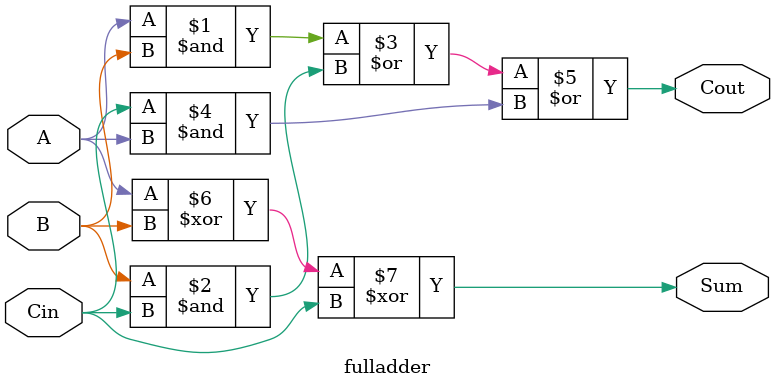
<source format=v>
module fulladder (
input wire  A , B , Cin,
output wire Cout , Sum
);

assign Cout = A & B | B & Cin | Cin & A;
assign Sum = (A^B)^Cin;

endmodule
</source>
